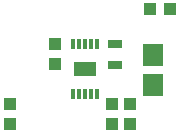
<source format=gbr>
G04 EAGLE Gerber RS-274X export*
G75*
%MOMM*%
%FSLAX34Y34*%
%LPD*%
%INSolderpaste Top*%
%IPPOS*%
%AMOC8*
5,1,8,0,0,1.08239X$1,22.5*%
G01*
%ADD10R,1.000000X1.100000*%
%ADD11R,0.305000X0.889000*%
%ADD12R,1.828800X1.168400*%
%ADD13R,1.200000X0.800000*%
%ADD14R,1.727200X1.955800*%
%ADD15R,1.100000X1.000000*%


D10*
X187960Y67700D03*
X187960Y84700D03*
X203200Y67700D03*
X203200Y84700D03*
X139700Y118500D03*
X139700Y135500D03*
D11*
X165100Y93205D03*
X160100Y93205D03*
X155100Y93205D03*
X170100Y93205D03*
X175100Y93205D03*
X165100Y135395D03*
X160100Y135395D03*
X155100Y135395D03*
X170100Y135395D03*
X175100Y135395D03*
D12*
X165100Y114554D03*
D13*
X190500Y118000D03*
X190500Y136000D03*
D10*
X101600Y67700D03*
X101600Y84700D03*
D14*
X222758Y126619D03*
X222758Y101219D03*
D15*
X220100Y165100D03*
X237100Y165100D03*
M02*

</source>
